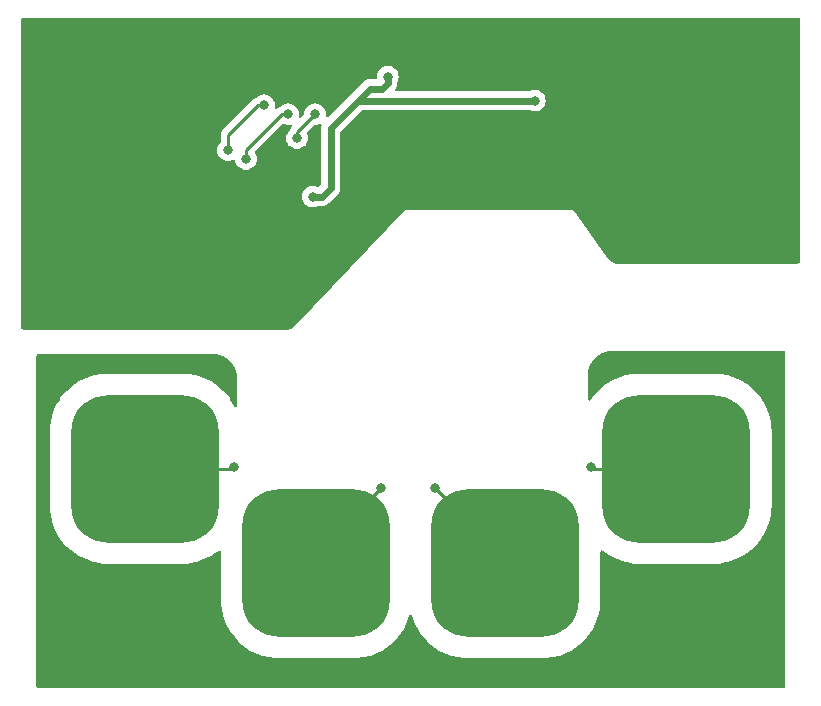
<source format=gbl>
%TF.GenerationSoftware,KiCad,Pcbnew,6.0.10-86aedd382b~118~ubuntu20.04.1*%
%TF.CreationDate,2023-01-03T11:24:15-05:00*%
%TF.ProjectId,touch_panel,746f7563-685f-4706-916e-656c2e6b6963,rev?*%
%TF.SameCoordinates,Original*%
%TF.FileFunction,Copper,L2,Bot*%
%TF.FilePolarity,Positive*%
%FSLAX46Y46*%
G04 Gerber Fmt 4.6, Leading zero omitted, Abs format (unit mm)*
G04 Created by KiCad (PCBNEW 6.0.10-86aedd382b~118~ubuntu20.04.1) date 2023-01-03 11:24:15*
%MOMM*%
%LPD*%
G01*
G04 APERTURE LIST*
G04 Aperture macros list*
%AMRoundRect*
0 Rectangle with rounded corners*
0 $1 Rounding radius*
0 $2 $3 $4 $5 $6 $7 $8 $9 X,Y pos of 4 corners*
0 Add a 4 corners polygon primitive as box body*
4,1,4,$2,$3,$4,$5,$6,$7,$8,$9,$2,$3,0*
0 Add four circle primitives for the rounded corners*
1,1,$1+$1,$2,$3*
1,1,$1+$1,$4,$5*
1,1,$1+$1,$6,$7*
1,1,$1+$1,$8,$9*
0 Add four rect primitives between the rounded corners*
20,1,$1+$1,$2,$3,$4,$5,0*
20,1,$1+$1,$4,$5,$6,$7,0*
20,1,$1+$1,$6,$7,$8,$9,0*
20,1,$1+$1,$8,$9,$2,$3,0*%
G04 Aperture macros list end*
%TA.AperFunction,SMDPad,CuDef*%
%ADD10RoundRect,3.125000X-3.125000X-3.125000X3.125000X-3.125000X3.125000X3.125000X-3.125000X3.125000X0*%
%TD*%
%TA.AperFunction,ViaPad*%
%ADD11C,0.800000*%
%TD*%
%TA.AperFunction,Conductor*%
%ADD12C,0.600000*%
%TD*%
%TA.AperFunction,Conductor*%
%ADD13C,0.250000*%
%TD*%
G04 APERTURE END LIST*
D10*
%TO.P,SW4,1*%
%TO.N,Net-(R5-Pad2)*%
X126824000Y-114086000D03*
%TD*%
%TO.P,SW2,1*%
%TO.N,Net-(R3-Pad2)*%
X157324000Y-122086000D03*
%TD*%
%TO.P,SW3,1*%
%TO.N,Net-(R4-Pad2)*%
X141324000Y-122086000D03*
%TD*%
%TO.P,SW1,1*%
%TO.N,Net-(R2-Pad2)*%
X171824000Y-114086000D03*
%TD*%
D11*
%TO.N,VCC*%
X159836000Y-82926500D03*
X141040000Y-91054500D03*
X147390000Y-80894500D03*
%TO.N,GND*%
X161360000Y-90038500D03*
X162376000Y-90038500D03*
X124968000Y-89408000D03*
X163900000Y-90038500D03*
X126492000Y-88138000D03*
X164916000Y-90038500D03*
X124968000Y-88138000D03*
X124968000Y-90678000D03*
%TO.N,/OUT3*%
X139700000Y-86106000D03*
X141224000Y-84074000D03*
%TO.N,/OUT2*%
X133858000Y-87122000D03*
X136906000Y-83312000D03*
%TO.N,/OUT1*%
X138938000Y-84074000D03*
X135382000Y-87884000D03*
%TO.N,Net-(R2-Pad2)*%
X164592000Y-113964000D03*
%TO.N,Net-(R3-Pad2)*%
X151384000Y-115742000D03*
%TO.N,Net-(R4-Pad2)*%
X146824000Y-115730000D03*
%TO.N,Net-(R5-Pad2)*%
X134366000Y-113964000D03*
%TO.N,/GUARD_LOOP*%
X165354000Y-105410000D03*
%TD*%
D12*
%TO.N,VCC*%
X146882000Y-81910500D02*
X147390000Y-81402500D01*
X142564000Y-85212500D02*
X142564000Y-90292500D01*
X147390000Y-81402500D02*
X147390000Y-80894500D01*
X144850000Y-82926500D02*
X142564000Y-85212500D01*
X145866000Y-81910500D02*
X146882000Y-81910500D01*
X144850000Y-82926500D02*
X145866000Y-81910500D01*
X142564000Y-90292500D02*
X141802000Y-91054500D01*
X141802000Y-91054500D02*
X141040000Y-91054500D01*
X159836000Y-82926500D02*
X144850000Y-82926500D01*
D13*
%TO.N,/OUT3*%
X141224000Y-84074000D02*
X139700000Y-85598000D01*
X139700000Y-85598000D02*
X139700000Y-86106000D01*
%TO.N,/OUT2*%
X133858000Y-85852000D02*
X133858000Y-87122000D01*
X136398000Y-83312000D02*
X133858000Y-85852000D01*
X136906000Y-83312000D02*
X136398000Y-83312000D01*
%TO.N,/OUT1*%
X138430000Y-84074000D02*
X135382000Y-87122000D01*
X138938000Y-84074000D02*
X138430000Y-84074000D01*
X135382000Y-87122000D02*
X135382000Y-87884000D01*
%TO.N,Net-(R2-Pad2)*%
X173824000Y-114086000D02*
X164714000Y-114086000D01*
X164714000Y-114086000D02*
X164592000Y-113964000D01*
%TO.N,Net-(R3-Pad2)*%
X157324000Y-122086000D02*
X157324000Y-121682000D01*
X157324000Y-121682000D02*
X151384000Y-115742000D01*
%TO.N,Net-(R4-Pad2)*%
X141324000Y-121230000D02*
X146824000Y-115730000D01*
X141324000Y-122086000D02*
X141324000Y-121230000D01*
%TO.N,Net-(R5-Pad2)*%
X124846000Y-114086000D02*
X134244000Y-114086000D01*
X134244000Y-114086000D02*
X134366000Y-113964000D01*
%TD*%
%TA.AperFunction,Conductor*%
%TO.N,GND*%
G36*
X182257621Y-75966502D02*
G01*
X182304114Y-76020158D01*
X182315500Y-76072500D01*
X182315500Y-96563936D01*
X182295498Y-96632057D01*
X182248900Y-96675055D01*
X182217633Y-96691768D01*
X182194820Y-96701217D01*
X182030976Y-96750921D01*
X182006759Y-96755738D01*
X181902399Y-96766019D01*
X181830178Y-96773133D01*
X181817828Y-96773740D01*
X180071001Y-96773769D01*
X176451464Y-96773830D01*
X166887283Y-96773991D01*
X166875395Y-96773429D01*
X166838771Y-96769957D01*
X166705274Y-96757302D01*
X166681911Y-96752832D01*
X166523604Y-96706696D01*
X166501498Y-96697914D01*
X166354685Y-96622849D01*
X166334628Y-96610074D01*
X166204533Y-96508748D01*
X166187234Y-96492429D01*
X166074560Y-96363967D01*
X166067140Y-96354655D01*
X163369104Y-92618913D01*
X163367368Y-92616509D01*
X163367366Y-92616506D01*
X163068000Y-92202000D01*
X148844000Y-92202000D01*
X139492084Y-102046123D01*
X139482848Y-102054907D01*
X139387813Y-102136536D01*
X139343862Y-102174286D01*
X139322935Y-102188858D01*
X139168385Y-102274678D01*
X139144957Y-102284736D01*
X139141135Y-102285936D01*
X138976291Y-102337677D01*
X138951309Y-102342813D01*
X138769050Y-102361354D01*
X138756298Y-102362001D01*
X117495444Y-102362054D01*
X116830189Y-102362056D01*
X116817839Y-102361449D01*
X116708367Y-102350667D01*
X116641262Y-102344057D01*
X116617044Y-102339241D01*
X116453191Y-102289538D01*
X116430372Y-102280085D01*
X116399104Y-102263372D01*
X116348456Y-102213620D01*
X116332500Y-102152250D01*
X116332500Y-87122000D01*
X132944496Y-87122000D01*
X132964458Y-87311928D01*
X133023473Y-87493556D01*
X133118960Y-87658944D01*
X133123378Y-87663851D01*
X133123379Y-87663852D01*
X133150589Y-87694072D01*
X133246747Y-87800866D01*
X133345843Y-87872864D01*
X133370207Y-87890565D01*
X133401248Y-87913118D01*
X133407276Y-87915802D01*
X133407278Y-87915803D01*
X133456314Y-87937635D01*
X133575712Y-87990794D01*
X133669113Y-88010647D01*
X133756056Y-88029128D01*
X133756061Y-88029128D01*
X133762513Y-88030500D01*
X133953487Y-88030500D01*
X133959939Y-88029128D01*
X133959944Y-88029128D01*
X134046887Y-88010647D01*
X134140288Y-87990794D01*
X134306116Y-87916963D01*
X134376482Y-87907529D01*
X134440779Y-87937635D01*
X134478593Y-87997724D01*
X134482674Y-88018899D01*
X134487768Y-88067365D01*
X134488458Y-88073928D01*
X134547473Y-88255556D01*
X134642960Y-88420944D01*
X134770747Y-88562866D01*
X134925248Y-88675118D01*
X134931276Y-88677802D01*
X134931278Y-88677803D01*
X135093681Y-88750109D01*
X135099712Y-88752794D01*
X135193112Y-88772647D01*
X135280056Y-88791128D01*
X135280061Y-88791128D01*
X135286513Y-88792500D01*
X135477487Y-88792500D01*
X135483939Y-88791128D01*
X135483944Y-88791128D01*
X135570888Y-88772647D01*
X135664288Y-88752794D01*
X135670319Y-88750109D01*
X135832722Y-88677803D01*
X135832724Y-88677802D01*
X135838752Y-88675118D01*
X135993253Y-88562866D01*
X136121040Y-88420944D01*
X136216527Y-88255556D01*
X136275542Y-88073928D01*
X136280107Y-88030500D01*
X136294814Y-87890565D01*
X136295504Y-87884000D01*
X136294814Y-87877435D01*
X136276232Y-87700635D01*
X136276232Y-87700633D01*
X136275542Y-87694072D01*
X136216527Y-87512444D01*
X136144421Y-87387552D01*
X136127683Y-87318559D01*
X136150903Y-87251467D01*
X136164445Y-87235459D01*
X138457060Y-84942845D01*
X138519372Y-84908819D01*
X138590188Y-84913884D01*
X138597377Y-84916822D01*
X138655712Y-84942794D01*
X138697340Y-84951642D01*
X138836056Y-84981128D01*
X138836061Y-84981128D01*
X138842513Y-84982500D01*
X139033487Y-84982500D01*
X139039939Y-84981128D01*
X139039944Y-84981128D01*
X139090462Y-84970389D01*
X139107867Y-84966690D01*
X139178657Y-84972092D01*
X139235289Y-85014909D01*
X139259783Y-85081546D01*
X139244362Y-85150848D01*
X139228576Y-85173263D01*
X139226669Y-85175426D01*
X139223865Y-85178230D01*
X139221385Y-85181427D01*
X139213682Y-85190447D01*
X139183414Y-85222679D01*
X139179595Y-85229625D01*
X139179593Y-85229628D01*
X139173652Y-85240434D01*
X139162801Y-85256953D01*
X139150386Y-85272959D01*
X139147241Y-85280228D01*
X139147238Y-85280232D01*
X139132826Y-85313537D01*
X139127609Y-85324187D01*
X139106305Y-85362940D01*
X139104334Y-85370615D01*
X139104334Y-85370616D01*
X139101267Y-85382562D01*
X139094863Y-85401267D01*
X139087165Y-85419056D01*
X139065167Y-85453322D01*
X138960960Y-85569056D01*
X138911187Y-85655266D01*
X138871856Y-85723389D01*
X138865473Y-85734444D01*
X138806458Y-85916072D01*
X138786496Y-86106000D01*
X138806458Y-86295928D01*
X138865473Y-86477556D01*
X138868776Y-86483278D01*
X138868777Y-86483279D01*
X138902686Y-86542010D01*
X138960960Y-86642944D01*
X138965378Y-86647851D01*
X138965379Y-86647852D01*
X139046952Y-86738448D01*
X139088747Y-86784866D01*
X139243248Y-86897118D01*
X139249276Y-86899802D01*
X139249278Y-86899803D01*
X139411681Y-86972109D01*
X139417712Y-86974794D01*
X139505194Y-86993389D01*
X139598056Y-87013128D01*
X139598061Y-87013128D01*
X139604513Y-87014500D01*
X139795487Y-87014500D01*
X139801939Y-87013128D01*
X139801944Y-87013128D01*
X139894806Y-86993389D01*
X139982288Y-86974794D01*
X139988319Y-86972109D01*
X140150722Y-86899803D01*
X140150724Y-86899802D01*
X140156752Y-86897118D01*
X140311253Y-86784866D01*
X140353048Y-86738448D01*
X140434621Y-86647852D01*
X140434622Y-86647851D01*
X140439040Y-86642944D01*
X140497314Y-86542010D01*
X140531223Y-86483279D01*
X140531224Y-86483278D01*
X140534527Y-86477556D01*
X140593542Y-86295928D01*
X140613504Y-86106000D01*
X140593542Y-85916072D01*
X140553301Y-85792224D01*
X140539978Y-85751219D01*
X140537950Y-85680251D01*
X140570716Y-85623188D01*
X141174499Y-85019405D01*
X141236811Y-84985379D01*
X141263594Y-84982500D01*
X141319487Y-84982500D01*
X141325939Y-84981128D01*
X141325944Y-84981128D01*
X141412888Y-84962647D01*
X141506288Y-84942794D01*
X141512315Y-84940111D01*
X141512323Y-84940108D01*
X141595316Y-84903157D01*
X141665683Y-84893723D01*
X141729980Y-84923830D01*
X141767793Y-84983919D01*
X141771571Y-85034055D01*
X141767763Y-85064200D01*
X141765526Y-85076753D01*
X141764420Y-85081546D01*
X141755776Y-85118985D01*
X141755751Y-85126031D01*
X141755751Y-85126034D01*
X141755634Y-85159556D01*
X141755605Y-85160438D01*
X141755500Y-85161269D01*
X141755500Y-85197919D01*
X141755499Y-85198359D01*
X141755239Y-85272959D01*
X141755143Y-85300370D01*
X141755411Y-85301570D01*
X141755500Y-85303207D01*
X141755500Y-89905418D01*
X141735498Y-89973539D01*
X141718595Y-89994513D01*
X141525447Y-90187661D01*
X141463135Y-90221687D01*
X141392320Y-90216622D01*
X141385103Y-90213673D01*
X141328319Y-90188391D01*
X141328318Y-90188391D01*
X141322288Y-90185706D01*
X141228888Y-90165853D01*
X141141944Y-90147372D01*
X141141939Y-90147372D01*
X141135487Y-90146000D01*
X140944513Y-90146000D01*
X140938061Y-90147372D01*
X140938056Y-90147372D01*
X140851113Y-90165853D01*
X140757712Y-90185706D01*
X140751682Y-90188391D01*
X140751681Y-90188391D01*
X140589278Y-90260697D01*
X140589276Y-90260698D01*
X140583248Y-90263382D01*
X140428747Y-90375634D01*
X140300960Y-90517556D01*
X140297659Y-90523274D01*
X140218614Y-90660184D01*
X140205473Y-90682944D01*
X140146458Y-90864572D01*
X140126496Y-91054500D01*
X140146458Y-91244428D01*
X140205473Y-91426056D01*
X140300960Y-91591444D01*
X140305378Y-91596351D01*
X140305379Y-91596352D01*
X140365861Y-91663524D01*
X140428747Y-91733366D01*
X140523904Y-91802502D01*
X140557773Y-91827109D01*
X140583248Y-91845618D01*
X140589276Y-91848302D01*
X140589278Y-91848303D01*
X140751681Y-91920609D01*
X140757712Y-91923294D01*
X140851113Y-91943147D01*
X140938056Y-91961628D01*
X140938061Y-91961628D01*
X140944513Y-91963000D01*
X141135487Y-91963000D01*
X141141939Y-91961628D01*
X141141944Y-91961628D01*
X141228887Y-91943147D01*
X141322288Y-91923294D01*
X141433245Y-91873893D01*
X141484494Y-91863000D01*
X141792786Y-91863000D01*
X141794106Y-91863007D01*
X141884221Y-91863951D01*
X141926597Y-91854789D01*
X141939163Y-91852731D01*
X141982255Y-91847897D01*
X141988906Y-91845581D01*
X141988910Y-91845580D01*
X142013930Y-91836867D01*
X142028742Y-91832704D01*
X142054619Y-91827109D01*
X142061510Y-91825619D01*
X142100813Y-91807292D01*
X142112589Y-91802510D01*
X142153552Y-91788245D01*
X142159527Y-91784511D01*
X142159530Y-91784510D01*
X142181995Y-91770473D01*
X142195512Y-91763134D01*
X142219514Y-91751941D01*
X142219515Y-91751940D01*
X142225902Y-91748962D01*
X142260153Y-91722394D01*
X142270612Y-91715098D01*
X142301404Y-91695858D01*
X142301407Y-91695856D01*
X142307376Y-91692126D01*
X142336179Y-91663524D01*
X142336804Y-91662939D01*
X142337470Y-91662422D01*
X142363460Y-91636432D01*
X142436082Y-91564315D01*
X142436740Y-91563278D01*
X142437843Y-91562049D01*
X143129158Y-90870734D01*
X143130095Y-90869806D01*
X143189475Y-90811657D01*
X143189476Y-90811656D01*
X143194507Y-90806729D01*
X143217998Y-90770279D01*
X143225417Y-90759954D01*
X143252476Y-90726057D01*
X143267073Y-90695862D01*
X143274602Y-90682445D01*
X143288948Y-90660184D01*
X143292765Y-90654262D01*
X143295173Y-90647645D01*
X143295176Y-90647640D01*
X143307592Y-90613527D01*
X143312553Y-90601784D01*
X143328353Y-90569100D01*
X143328356Y-90569091D01*
X143331421Y-90562751D01*
X143338966Y-90530072D01*
X143343334Y-90515325D01*
X143354803Y-90483815D01*
X143355685Y-90476830D01*
X143355687Y-90476823D01*
X143360237Y-90440808D01*
X143362472Y-90428257D01*
X143370640Y-90392878D01*
X143372225Y-90386015D01*
X143372262Y-90375634D01*
X143372367Y-90345426D01*
X143372396Y-90344557D01*
X143372500Y-90343731D01*
X143372500Y-90307214D01*
X143372503Y-90306461D01*
X143372846Y-90208164D01*
X143372846Y-90208158D01*
X143372858Y-90204630D01*
X143372589Y-90203427D01*
X143372500Y-90201783D01*
X143372500Y-85599582D01*
X143392502Y-85531461D01*
X143409405Y-85510487D01*
X145147987Y-83771905D01*
X145210299Y-83737879D01*
X145237082Y-83735000D01*
X159391506Y-83735000D01*
X159442755Y-83745893D01*
X159553712Y-83795294D01*
X159647113Y-83815147D01*
X159734056Y-83833628D01*
X159734061Y-83833628D01*
X159740513Y-83835000D01*
X159931487Y-83835000D01*
X159937939Y-83833628D01*
X159937944Y-83833628D01*
X160024888Y-83815147D01*
X160118288Y-83795294D01*
X160170821Y-83771905D01*
X160286722Y-83720303D01*
X160286724Y-83720302D01*
X160292752Y-83717618D01*
X160447253Y-83605366D01*
X160479585Y-83569458D01*
X160570621Y-83468352D01*
X160570622Y-83468351D01*
X160575040Y-83463444D01*
X160658686Y-83318565D01*
X160667223Y-83303779D01*
X160667224Y-83303778D01*
X160670527Y-83298056D01*
X160729542Y-83116428D01*
X160749504Y-82926500D01*
X160736568Y-82803422D01*
X160730232Y-82743135D01*
X160730232Y-82743133D01*
X160729542Y-82736572D01*
X160670527Y-82554944D01*
X160575040Y-82389556D01*
X160447253Y-82247634D01*
X160292752Y-82135382D01*
X160286724Y-82132698D01*
X160286722Y-82132697D01*
X160124319Y-82060391D01*
X160124318Y-82060391D01*
X160118288Y-82057706D01*
X160024887Y-82037853D01*
X159937944Y-82019372D01*
X159937939Y-82019372D01*
X159931487Y-82018000D01*
X159740513Y-82018000D01*
X159734061Y-82019372D01*
X159734056Y-82019372D01*
X159647113Y-82037853D01*
X159553712Y-82057706D01*
X159547682Y-82060391D01*
X159547681Y-82060391D01*
X159442755Y-82107107D01*
X159391506Y-82118000D01*
X148120696Y-82118000D01*
X148052575Y-82097998D01*
X148006082Y-82044342D01*
X147995978Y-81974068D01*
X148020998Y-81917046D01*
X148020507Y-81916729D01*
X148043998Y-81880279D01*
X148051417Y-81869954D01*
X148078476Y-81836057D01*
X148081540Y-81829718D01*
X148081543Y-81829714D01*
X148093074Y-81805862D01*
X148100601Y-81792449D01*
X148114947Y-81770187D01*
X148114948Y-81770184D01*
X148118765Y-81764262D01*
X148121176Y-81757639D01*
X148133592Y-81723527D01*
X148138553Y-81711783D01*
X148154352Y-81679101D01*
X148154353Y-81679099D01*
X148157421Y-81672752D01*
X148164966Y-81640073D01*
X148169334Y-81625325D01*
X148180803Y-81593815D01*
X148181685Y-81586829D01*
X148181687Y-81586823D01*
X148186238Y-81550799D01*
X148188474Y-81538247D01*
X148196638Y-81502886D01*
X148196638Y-81502883D01*
X148198224Y-81496015D01*
X148198366Y-81455444D01*
X148198395Y-81454562D01*
X148198500Y-81453731D01*
X148198500Y-81416928D01*
X148198754Y-81344017D01*
X148215636Y-81281455D01*
X148221223Y-81271779D01*
X148221224Y-81271778D01*
X148224527Y-81266056D01*
X148283542Y-81084428D01*
X148303504Y-80894500D01*
X148283542Y-80704572D01*
X148224527Y-80522944D01*
X148129040Y-80357556D01*
X148001253Y-80215634D01*
X147846752Y-80103382D01*
X147840724Y-80100698D01*
X147840722Y-80100697D01*
X147678319Y-80028391D01*
X147678318Y-80028391D01*
X147672288Y-80025706D01*
X147578887Y-80005853D01*
X147491944Y-79987372D01*
X147491939Y-79987372D01*
X147485487Y-79986000D01*
X147294513Y-79986000D01*
X147288061Y-79987372D01*
X147288056Y-79987372D01*
X147201113Y-80005853D01*
X147107712Y-80025706D01*
X147101682Y-80028391D01*
X147101681Y-80028391D01*
X146939278Y-80100697D01*
X146939276Y-80100698D01*
X146933248Y-80103382D01*
X146778747Y-80215634D01*
X146650960Y-80357556D01*
X146555473Y-80522944D01*
X146496458Y-80704572D01*
X146476496Y-80894500D01*
X146477186Y-80901064D01*
X146483678Y-80962829D01*
X146470906Y-81032667D01*
X146422404Y-81084514D01*
X146358368Y-81102000D01*
X145875214Y-81102000D01*
X145873894Y-81101993D01*
X145872819Y-81101982D01*
X145783779Y-81101049D01*
X145741403Y-81110211D01*
X145728837Y-81112269D01*
X145685745Y-81117103D01*
X145679094Y-81119419D01*
X145679090Y-81119420D01*
X145654070Y-81128133D01*
X145639257Y-81132296D01*
X145606490Y-81139381D01*
X145567187Y-81157708D01*
X145555411Y-81162490D01*
X145514448Y-81176755D01*
X145508473Y-81180489D01*
X145508470Y-81180490D01*
X145486005Y-81194527D01*
X145472488Y-81201866D01*
X145448486Y-81213059D01*
X145442098Y-81216038D01*
X145436533Y-81220355D01*
X145436531Y-81220356D01*
X145407847Y-81242606D01*
X145397388Y-81249902D01*
X145366596Y-81269142D01*
X145366593Y-81269144D01*
X145360624Y-81272874D01*
X145355629Y-81277834D01*
X145355628Y-81277835D01*
X145331821Y-81301476D01*
X145331196Y-81302061D01*
X145330530Y-81302578D01*
X145304540Y-81328568D01*
X145231918Y-81400685D01*
X145231260Y-81401722D01*
X145230157Y-81402951D01*
X144288540Y-82344568D01*
X144227814Y-82404872D01*
X144215918Y-82416685D01*
X144215259Y-82417723D01*
X144214153Y-82418956D01*
X142339585Y-84293523D01*
X142277273Y-84327549D01*
X142206457Y-84322484D01*
X142149622Y-84279937D01*
X142124811Y-84213417D01*
X142125180Y-84191258D01*
X142136814Y-84080565D01*
X142137504Y-84074000D01*
X142117542Y-83884072D01*
X142058527Y-83702444D01*
X141963040Y-83537056D01*
X141946882Y-83519110D01*
X141839675Y-83400045D01*
X141839674Y-83400044D01*
X141835253Y-83395134D01*
X141720829Y-83312000D01*
X141686094Y-83286763D01*
X141686093Y-83286762D01*
X141680752Y-83282882D01*
X141674724Y-83280198D01*
X141674722Y-83280197D01*
X141512319Y-83207891D01*
X141512318Y-83207891D01*
X141506288Y-83205206D01*
X141412888Y-83185353D01*
X141325944Y-83166872D01*
X141325939Y-83166872D01*
X141319487Y-83165500D01*
X141128513Y-83165500D01*
X141122061Y-83166872D01*
X141122056Y-83166872D01*
X141035112Y-83185353D01*
X140941712Y-83205206D01*
X140935682Y-83207891D01*
X140935681Y-83207891D01*
X140773278Y-83280197D01*
X140773276Y-83280198D01*
X140767248Y-83282882D01*
X140761907Y-83286762D01*
X140761906Y-83286763D01*
X140727171Y-83312000D01*
X140612747Y-83395134D01*
X140608326Y-83400044D01*
X140608325Y-83400045D01*
X140501119Y-83519110D01*
X140484960Y-83537056D01*
X140389473Y-83702444D01*
X140330458Y-83884072D01*
X140329768Y-83890633D01*
X140329768Y-83890635D01*
X140313093Y-84049292D01*
X140286080Y-84114949D01*
X140276878Y-84125217D01*
X140047127Y-84354968D01*
X139984815Y-84388994D01*
X139914000Y-84383929D01*
X139857164Y-84341382D01*
X139832353Y-84274862D01*
X139832722Y-84252703D01*
X139850814Y-84080565D01*
X139851504Y-84074000D01*
X139831542Y-83884072D01*
X139772527Y-83702444D01*
X139677040Y-83537056D01*
X139660882Y-83519110D01*
X139553675Y-83400045D01*
X139553674Y-83400044D01*
X139549253Y-83395134D01*
X139434829Y-83312000D01*
X139400094Y-83286763D01*
X139400093Y-83286762D01*
X139394752Y-83282882D01*
X139388724Y-83280198D01*
X139388722Y-83280197D01*
X139226319Y-83207891D01*
X139226318Y-83207891D01*
X139220288Y-83205206D01*
X139126888Y-83185353D01*
X139039944Y-83166872D01*
X139039939Y-83166872D01*
X139033487Y-83165500D01*
X138842513Y-83165500D01*
X138836061Y-83166872D01*
X138836056Y-83166872D01*
X138749112Y-83185353D01*
X138655712Y-83205206D01*
X138649682Y-83207891D01*
X138649681Y-83207891D01*
X138487278Y-83280197D01*
X138487276Y-83280198D01*
X138481248Y-83282882D01*
X138475907Y-83286762D01*
X138475906Y-83286763D01*
X138432135Y-83318565D01*
X138326747Y-83395134D01*
X138322329Y-83400040D01*
X138322322Y-83400047D01*
X138292791Y-83432845D01*
X138245538Y-83465687D01*
X138230093Y-83471802D01*
X138218865Y-83475646D01*
X138176407Y-83487982D01*
X138169581Y-83492019D01*
X138158972Y-83498293D01*
X138141224Y-83506988D01*
X138122383Y-83514448D01*
X138115967Y-83519110D01*
X138115966Y-83519110D01*
X138086613Y-83540436D01*
X138076693Y-83546952D01*
X138045465Y-83565420D01*
X138045462Y-83565422D01*
X138038638Y-83569458D01*
X138024317Y-83583779D01*
X138009285Y-83596619D01*
X138000378Y-83603090D01*
X137933510Y-83626948D01*
X137864359Y-83610866D01*
X137814879Y-83559952D01*
X137801008Y-83487983D01*
X137818814Y-83318565D01*
X137819504Y-83312000D01*
X137808280Y-83205206D01*
X137800232Y-83128635D01*
X137800232Y-83128633D01*
X137799542Y-83122072D01*
X137740527Y-82940444D01*
X137732477Y-82926500D01*
X137703314Y-82875990D01*
X137645040Y-82775056D01*
X137628882Y-82757110D01*
X137521675Y-82638045D01*
X137521674Y-82638044D01*
X137517253Y-82633134D01*
X137362752Y-82520882D01*
X137356724Y-82518198D01*
X137356722Y-82518197D01*
X137194319Y-82445891D01*
X137194318Y-82445891D01*
X137188288Y-82443206D01*
X137094888Y-82423353D01*
X137007944Y-82404872D01*
X137007939Y-82404872D01*
X137001487Y-82403500D01*
X136810513Y-82403500D01*
X136804061Y-82404872D01*
X136804056Y-82404872D01*
X136717112Y-82423353D01*
X136623712Y-82443206D01*
X136617682Y-82445891D01*
X136617681Y-82445891D01*
X136455278Y-82518197D01*
X136455276Y-82518198D01*
X136449248Y-82520882D01*
X136294747Y-82633134D01*
X136290329Y-82638040D01*
X136290322Y-82638047D01*
X136260790Y-82670846D01*
X136213544Y-82703685D01*
X136198086Y-82709806D01*
X136186885Y-82713641D01*
X136144406Y-82725982D01*
X136137587Y-82730015D01*
X136137582Y-82730017D01*
X136126971Y-82736293D01*
X136109221Y-82744990D01*
X136090383Y-82752448D01*
X136083967Y-82757109D01*
X136083966Y-82757110D01*
X136054625Y-82778428D01*
X136044701Y-82784947D01*
X136013460Y-82803422D01*
X136013455Y-82803426D01*
X136006637Y-82807458D01*
X135992313Y-82821782D01*
X135977281Y-82834621D01*
X135960893Y-82846528D01*
X135932712Y-82880593D01*
X135924722Y-82889373D01*
X133465747Y-85348348D01*
X133457461Y-85355888D01*
X133450982Y-85360000D01*
X133445557Y-85365777D01*
X133404357Y-85409651D01*
X133401602Y-85412493D01*
X133381865Y-85432230D01*
X133379385Y-85435427D01*
X133371682Y-85444447D01*
X133341414Y-85476679D01*
X133337595Y-85483625D01*
X133337593Y-85483628D01*
X133331652Y-85494434D01*
X133320801Y-85510953D01*
X133308386Y-85526959D01*
X133305241Y-85534228D01*
X133305238Y-85534232D01*
X133290826Y-85567537D01*
X133285609Y-85578187D01*
X133264305Y-85616940D01*
X133262334Y-85624615D01*
X133262334Y-85624616D01*
X133259267Y-85636562D01*
X133252863Y-85655266D01*
X133244819Y-85673855D01*
X133243580Y-85681678D01*
X133243577Y-85681688D01*
X133237901Y-85717524D01*
X133235495Y-85729144D01*
X133232521Y-85740729D01*
X133224500Y-85771970D01*
X133224500Y-85792224D01*
X133222949Y-85811934D01*
X133219780Y-85831943D01*
X133220526Y-85839835D01*
X133223941Y-85875961D01*
X133224500Y-85887819D01*
X133224500Y-86419476D01*
X133204498Y-86487597D01*
X133192142Y-86503779D01*
X133118960Y-86585056D01*
X133023473Y-86750444D01*
X132964458Y-86932072D01*
X132963768Y-86938633D01*
X132963768Y-86938635D01*
X132945186Y-87115435D01*
X132944496Y-87122000D01*
X116332500Y-87122000D01*
X116332500Y-76072500D01*
X116352502Y-76004379D01*
X116406158Y-75957886D01*
X116458500Y-75946500D01*
X182189500Y-75946500D01*
X182257621Y-75966502D01*
G37*
%TD.AperFunction*%
%TD*%
%TA.AperFunction,Conductor*%
%TO.N,/GUARD_LOOP*%
G36*
X180828488Y-104140321D02*
G01*
X180906490Y-104145900D01*
X180973008Y-104170709D01*
X181015555Y-104227545D01*
X181023500Y-104271578D01*
X181023500Y-132511500D01*
X181003498Y-132579621D01*
X180949842Y-132626114D01*
X180897500Y-132637500D01*
X117750500Y-132637500D01*
X117682379Y-132617498D01*
X117635886Y-132563842D01*
X117624500Y-132511500D01*
X117624500Y-104525578D01*
X117644502Y-104457457D01*
X117698158Y-104410964D01*
X117741509Y-104399900D01*
X117819512Y-104394321D01*
X117828500Y-104394000D01*
X132615499Y-104394000D01*
X132624487Y-104394321D01*
X132673871Y-104397853D01*
X132895650Y-104413715D01*
X132913433Y-104416272D01*
X133174658Y-104473098D01*
X133191900Y-104478160D01*
X133442393Y-104571589D01*
X133458740Y-104579055D01*
X133693375Y-104707176D01*
X133708498Y-104716895D01*
X133922510Y-104877103D01*
X133936096Y-104888876D01*
X134125124Y-105077904D01*
X134136897Y-105091490D01*
X134297105Y-105305502D01*
X134306824Y-105320625D01*
X134434945Y-105555260D01*
X134442411Y-105571607D01*
X134535839Y-105822097D01*
X134540902Y-105839342D01*
X134597728Y-106100567D01*
X134600285Y-106118350D01*
X134614173Y-106312528D01*
X134619679Y-106389513D01*
X134620000Y-106398501D01*
X134620000Y-108753402D01*
X134599998Y-108821523D01*
X134546342Y-108868016D01*
X134476068Y-108878120D01*
X134411488Y-108848626D01*
X134381883Y-108810899D01*
X134233036Y-108520652D01*
X134231757Y-108518158D01*
X134058048Y-108242846D01*
X133999136Y-108149476D01*
X133999130Y-108149467D01*
X133997647Y-108147117D01*
X133995956Y-108144902D01*
X133995951Y-108144894D01*
X133733183Y-107800585D01*
X133733182Y-107800583D01*
X133731481Y-107798355D01*
X133435365Y-107474635D01*
X133111645Y-107178519D01*
X133109415Y-107176817D01*
X132765106Y-106914049D01*
X132765098Y-106914044D01*
X132762883Y-106912353D01*
X132760533Y-106910870D01*
X132760524Y-106910864D01*
X132394213Y-106679739D01*
X132391842Y-106678243D01*
X132001458Y-106478043D01*
X131971515Y-106465915D01*
X131597409Y-106314386D01*
X131597400Y-106314383D01*
X131594823Y-106313339D01*
X131384990Y-106249387D01*
X131177819Y-106186246D01*
X131177813Y-106186244D01*
X131175157Y-106185435D01*
X130960469Y-106140388D01*
X130748510Y-106095914D01*
X130748501Y-106095913D01*
X130745782Y-106095342D01*
X130310098Y-106043776D01*
X130307549Y-106043683D01*
X130307542Y-106043682D01*
X130221957Y-106040544D01*
X130084402Y-106035500D01*
X123563598Y-106035500D01*
X123426043Y-106040544D01*
X123340458Y-106043682D01*
X123340451Y-106043683D01*
X123337902Y-106043776D01*
X122902218Y-106095342D01*
X122899499Y-106095913D01*
X122899490Y-106095914D01*
X122687531Y-106140388D01*
X122472843Y-106185435D01*
X122470187Y-106186244D01*
X122470181Y-106186246D01*
X122263010Y-106249387D01*
X122053177Y-106313339D01*
X122050600Y-106314383D01*
X122050591Y-106314386D01*
X121676485Y-106465915D01*
X121646542Y-106478043D01*
X121256158Y-106678243D01*
X121253787Y-106679739D01*
X120887476Y-106910864D01*
X120887467Y-106910870D01*
X120885117Y-106912353D01*
X120882902Y-106914044D01*
X120882894Y-106914049D01*
X120538585Y-107176817D01*
X120536355Y-107178519D01*
X120212635Y-107474635D01*
X119916519Y-107798355D01*
X119914818Y-107800583D01*
X119914817Y-107800585D01*
X119652049Y-108144894D01*
X119652044Y-108144902D01*
X119650353Y-108147117D01*
X119648870Y-108149467D01*
X119648864Y-108149476D01*
X119589952Y-108242846D01*
X119416243Y-108518158D01*
X119216043Y-108908542D01*
X119051339Y-109315177D01*
X118923435Y-109734843D01*
X118833342Y-110164218D01*
X118781776Y-110599902D01*
X118773500Y-110825598D01*
X118773500Y-117346402D01*
X118781776Y-117572098D01*
X118833342Y-118007782D01*
X118923435Y-118437157D01*
X119051339Y-118856823D01*
X119216043Y-119263458D01*
X119416243Y-119653842D01*
X119417739Y-119656213D01*
X119648864Y-120022524D01*
X119648870Y-120022533D01*
X119650353Y-120024883D01*
X119652044Y-120027098D01*
X119652049Y-120027106D01*
X119914817Y-120371415D01*
X119916519Y-120373645D01*
X120212635Y-120697365D01*
X120536355Y-120993481D01*
X120538583Y-120995182D01*
X120538585Y-120995183D01*
X120882894Y-121257951D01*
X120882902Y-121257956D01*
X120885117Y-121259647D01*
X120887467Y-121261130D01*
X120887476Y-121261136D01*
X121249525Y-121489572D01*
X121256158Y-121493757D01*
X121646542Y-121693957D01*
X121649128Y-121695004D01*
X121649127Y-121695004D01*
X122050591Y-121857614D01*
X122050600Y-121857617D01*
X122053177Y-121858661D01*
X122263010Y-121922613D01*
X122470181Y-121985754D01*
X122470187Y-121985756D01*
X122472843Y-121986565D01*
X122687530Y-122031611D01*
X122899490Y-122076086D01*
X122899499Y-122076087D01*
X122902218Y-122076658D01*
X123337902Y-122128224D01*
X123340451Y-122128317D01*
X123340458Y-122128318D01*
X123426043Y-122131456D01*
X123563598Y-122136500D01*
X130084402Y-122136500D01*
X130221957Y-122131456D01*
X130307542Y-122128318D01*
X130307549Y-122128317D01*
X130310098Y-122128224D01*
X130745782Y-122076658D01*
X130748501Y-122076087D01*
X130748510Y-122076086D01*
X130960470Y-122031611D01*
X131175157Y-121986565D01*
X131177813Y-121985756D01*
X131177819Y-121985754D01*
X131384990Y-121922613D01*
X131594823Y-121858661D01*
X131597400Y-121857617D01*
X131597409Y-121857614D01*
X131998873Y-121695004D01*
X131998872Y-121695004D01*
X132001458Y-121693957D01*
X132391842Y-121493757D01*
X132398475Y-121489572D01*
X132760524Y-121261136D01*
X132760533Y-121261130D01*
X132762883Y-121259647D01*
X132765098Y-121257956D01*
X132765106Y-121257951D01*
X133071058Y-121024456D01*
X133137345Y-120999029D01*
X133206856Y-121013476D01*
X133257522Y-121063210D01*
X133273500Y-121124619D01*
X133273500Y-125346402D01*
X133281776Y-125572098D01*
X133333342Y-126007782D01*
X133423435Y-126437157D01*
X133424244Y-126439813D01*
X133424246Y-126439819D01*
X133444527Y-126506362D01*
X133551339Y-126856823D01*
X133716043Y-127263458D01*
X133916243Y-127653842D01*
X133917739Y-127656213D01*
X134148864Y-128022524D01*
X134148870Y-128022533D01*
X134150353Y-128024883D01*
X134152044Y-128027098D01*
X134152049Y-128027106D01*
X134414817Y-128371415D01*
X134416519Y-128373645D01*
X134712635Y-128697365D01*
X135036355Y-128993481D01*
X135038583Y-128995182D01*
X135038585Y-128995183D01*
X135382894Y-129257951D01*
X135382902Y-129257956D01*
X135385117Y-129259647D01*
X135387467Y-129261130D01*
X135387476Y-129261136D01*
X135749525Y-129489572D01*
X135756158Y-129493757D01*
X136146542Y-129693957D01*
X136149128Y-129695004D01*
X136149127Y-129695004D01*
X136550591Y-129857614D01*
X136550600Y-129857617D01*
X136553177Y-129858661D01*
X136763010Y-129922613D01*
X136970181Y-129985754D01*
X136970187Y-129985756D01*
X136972843Y-129986565D01*
X137187530Y-130031611D01*
X137399490Y-130076086D01*
X137399499Y-130076087D01*
X137402218Y-130076658D01*
X137837902Y-130128224D01*
X137840451Y-130128317D01*
X137840458Y-130128318D01*
X137926043Y-130131456D01*
X138063598Y-130136500D01*
X144584402Y-130136500D01*
X144721957Y-130131456D01*
X144807542Y-130128318D01*
X144807549Y-130128317D01*
X144810098Y-130128224D01*
X145245782Y-130076658D01*
X145248501Y-130076087D01*
X145248510Y-130076086D01*
X145460470Y-130031611D01*
X145675157Y-129986565D01*
X145677813Y-129985756D01*
X145677819Y-129985754D01*
X145884990Y-129922613D01*
X146094823Y-129858661D01*
X146097400Y-129857617D01*
X146097409Y-129857614D01*
X146498873Y-129695004D01*
X146498872Y-129695004D01*
X146501458Y-129693957D01*
X146891842Y-129493757D01*
X146898475Y-129489572D01*
X147260524Y-129261136D01*
X147260533Y-129261130D01*
X147262883Y-129259647D01*
X147265098Y-129257956D01*
X147265106Y-129257951D01*
X147609415Y-128995183D01*
X147609417Y-128995182D01*
X147611645Y-128993481D01*
X147935365Y-128697365D01*
X148231481Y-128373645D01*
X148233183Y-128371415D01*
X148495951Y-128027106D01*
X148495956Y-128027098D01*
X148497647Y-128024883D01*
X148499130Y-128022533D01*
X148499136Y-128022524D01*
X148730261Y-127656213D01*
X148731757Y-127653842D01*
X148931957Y-127263458D01*
X149096661Y-126856823D01*
X149203473Y-126506362D01*
X149242466Y-126447032D01*
X149307345Y-126418202D01*
X149377512Y-126429024D01*
X149430689Y-126476063D01*
X149444527Y-126506362D01*
X149551339Y-126856823D01*
X149716043Y-127263458D01*
X149916243Y-127653842D01*
X149917739Y-127656213D01*
X150148864Y-128022524D01*
X150148870Y-128022533D01*
X150150353Y-128024883D01*
X150152044Y-128027098D01*
X150152049Y-128027106D01*
X150414817Y-128371415D01*
X150416519Y-128373645D01*
X150712635Y-128697365D01*
X151036355Y-128993481D01*
X151038583Y-128995182D01*
X151038585Y-128995183D01*
X151382894Y-129257951D01*
X151382902Y-129257956D01*
X151385117Y-129259647D01*
X151387467Y-129261130D01*
X151387476Y-129261136D01*
X151749525Y-129489572D01*
X151756158Y-129493757D01*
X152146542Y-129693957D01*
X152149128Y-129695004D01*
X152149127Y-129695004D01*
X152550591Y-129857614D01*
X152550600Y-129857617D01*
X152553177Y-129858661D01*
X152763010Y-129922613D01*
X152970181Y-129985754D01*
X152970187Y-129985756D01*
X152972843Y-129986565D01*
X153187530Y-130031611D01*
X153399490Y-130076086D01*
X153399499Y-130076087D01*
X153402218Y-130076658D01*
X153837902Y-130128224D01*
X153840451Y-130128317D01*
X153840458Y-130128318D01*
X153926043Y-130131456D01*
X154063598Y-130136500D01*
X160584402Y-130136500D01*
X160721957Y-130131456D01*
X160807542Y-130128318D01*
X160807549Y-130128317D01*
X160810098Y-130128224D01*
X161245782Y-130076658D01*
X161248501Y-130076087D01*
X161248510Y-130076086D01*
X161460470Y-130031611D01*
X161675157Y-129986565D01*
X161677813Y-129985756D01*
X161677819Y-129985754D01*
X161884990Y-129922613D01*
X162094823Y-129858661D01*
X162097400Y-129857617D01*
X162097409Y-129857614D01*
X162498873Y-129695004D01*
X162498872Y-129695004D01*
X162501458Y-129693957D01*
X162891842Y-129493757D01*
X162898475Y-129489572D01*
X163260524Y-129261136D01*
X163260533Y-129261130D01*
X163262883Y-129259647D01*
X163265098Y-129257956D01*
X163265106Y-129257951D01*
X163609415Y-128995183D01*
X163609417Y-128995182D01*
X163611645Y-128993481D01*
X163935365Y-128697365D01*
X164231481Y-128373645D01*
X164233183Y-128371415D01*
X164495951Y-128027106D01*
X164495956Y-128027098D01*
X164497647Y-128024883D01*
X164499130Y-128022533D01*
X164499136Y-128022524D01*
X164730261Y-127656213D01*
X164731757Y-127653842D01*
X164931957Y-127263458D01*
X165096661Y-126856823D01*
X165203473Y-126506362D01*
X165223754Y-126439819D01*
X165223756Y-126439813D01*
X165224565Y-126437157D01*
X165314658Y-126007782D01*
X165366224Y-125572098D01*
X165374500Y-125346402D01*
X165374500Y-121124619D01*
X165394502Y-121056498D01*
X165448158Y-121010005D01*
X165518432Y-120999901D01*
X165576942Y-121024456D01*
X165882894Y-121257951D01*
X165882902Y-121257956D01*
X165885117Y-121259647D01*
X165887467Y-121261130D01*
X165887476Y-121261136D01*
X166249525Y-121489572D01*
X166256158Y-121493757D01*
X166646542Y-121693957D01*
X166649128Y-121695004D01*
X166649127Y-121695004D01*
X167050591Y-121857614D01*
X167050600Y-121857617D01*
X167053177Y-121858661D01*
X167263010Y-121922613D01*
X167470181Y-121985754D01*
X167470187Y-121985756D01*
X167472843Y-121986565D01*
X167687530Y-122031611D01*
X167899490Y-122076086D01*
X167899499Y-122076087D01*
X167902218Y-122076658D01*
X168337902Y-122128224D01*
X168340451Y-122128317D01*
X168340458Y-122128318D01*
X168426043Y-122131456D01*
X168563598Y-122136500D01*
X175084402Y-122136500D01*
X175221957Y-122131456D01*
X175307542Y-122128318D01*
X175307549Y-122128317D01*
X175310098Y-122128224D01*
X175745782Y-122076658D01*
X175748501Y-122076087D01*
X175748510Y-122076086D01*
X175960470Y-122031611D01*
X176175157Y-121986565D01*
X176177813Y-121985756D01*
X176177819Y-121985754D01*
X176384990Y-121922613D01*
X176594823Y-121858661D01*
X176597400Y-121857617D01*
X176597409Y-121857614D01*
X176998873Y-121695004D01*
X176998872Y-121695004D01*
X177001458Y-121693957D01*
X177391842Y-121493757D01*
X177398475Y-121489572D01*
X177760524Y-121261136D01*
X177760533Y-121261130D01*
X177762883Y-121259647D01*
X177765098Y-121257956D01*
X177765106Y-121257951D01*
X178109415Y-120995183D01*
X178109417Y-120995182D01*
X178111645Y-120993481D01*
X178435365Y-120697365D01*
X178731481Y-120373645D01*
X178733183Y-120371415D01*
X178995951Y-120027106D01*
X178995956Y-120027098D01*
X178997647Y-120024883D01*
X178999130Y-120022533D01*
X178999136Y-120022524D01*
X179230261Y-119656213D01*
X179231757Y-119653842D01*
X179431957Y-119263458D01*
X179596661Y-118856823D01*
X179724565Y-118437157D01*
X179814658Y-118007782D01*
X179866224Y-117572098D01*
X179874500Y-117346402D01*
X179874500Y-110825598D01*
X179866224Y-110599902D01*
X179814658Y-110164218D01*
X179724565Y-109734843D01*
X179596661Y-109315177D01*
X179431957Y-108908542D01*
X179231757Y-108518158D01*
X179058048Y-108242846D01*
X178999136Y-108149476D01*
X178999130Y-108149467D01*
X178997647Y-108147117D01*
X178995956Y-108144902D01*
X178995951Y-108144894D01*
X178733183Y-107800585D01*
X178733182Y-107800583D01*
X178731481Y-107798355D01*
X178435365Y-107474635D01*
X178111645Y-107178519D01*
X178109415Y-107176817D01*
X177765106Y-106914049D01*
X177765098Y-106914044D01*
X177762883Y-106912353D01*
X177760533Y-106910870D01*
X177760524Y-106910864D01*
X177394213Y-106679739D01*
X177391842Y-106678243D01*
X177001458Y-106478043D01*
X176971515Y-106465915D01*
X176597409Y-106314386D01*
X176597400Y-106314383D01*
X176594823Y-106313339D01*
X176384990Y-106249387D01*
X176177819Y-106186246D01*
X176177813Y-106186244D01*
X176175157Y-106185435D01*
X175960469Y-106140388D01*
X175748510Y-106095914D01*
X175748501Y-106095913D01*
X175745782Y-106095342D01*
X175310098Y-106043776D01*
X175307549Y-106043683D01*
X175307542Y-106043682D01*
X175221957Y-106040544D01*
X175084402Y-106035500D01*
X168563598Y-106035500D01*
X168426043Y-106040544D01*
X168340458Y-106043682D01*
X168340451Y-106043683D01*
X168337902Y-106043776D01*
X167902218Y-106095342D01*
X167899499Y-106095913D01*
X167899490Y-106095914D01*
X167687531Y-106140388D01*
X167472843Y-106185435D01*
X167470187Y-106186244D01*
X167470181Y-106186246D01*
X167263010Y-106249387D01*
X167053177Y-106313339D01*
X167050600Y-106314383D01*
X167050591Y-106314386D01*
X166676485Y-106465915D01*
X166646542Y-106478043D01*
X166256158Y-106678243D01*
X166253787Y-106679739D01*
X165887476Y-106910864D01*
X165887467Y-106910870D01*
X165885117Y-106912353D01*
X165882902Y-106914044D01*
X165882894Y-106914049D01*
X165538585Y-107176817D01*
X165536355Y-107178519D01*
X165212635Y-107474635D01*
X164916519Y-107798355D01*
X164914818Y-107800583D01*
X164914817Y-107800585D01*
X164652049Y-108144894D01*
X164652044Y-108144902D01*
X164650353Y-108147117D01*
X164648871Y-108149466D01*
X164648857Y-108149486D01*
X164570562Y-108273577D01*
X164517295Y-108320516D01*
X164447108Y-108331205D01*
X164382284Y-108302250D01*
X164343404Y-108242846D01*
X164338000Y-108206342D01*
X164338000Y-106144501D01*
X164338321Y-106135513D01*
X164357714Y-105864355D01*
X164360272Y-105846567D01*
X164417098Y-105585342D01*
X164422161Y-105568097D01*
X164426949Y-105555260D01*
X164515589Y-105317607D01*
X164523055Y-105301260D01*
X164651176Y-105066625D01*
X164660895Y-105051502D01*
X164821103Y-104837490D01*
X164832876Y-104823904D01*
X165021904Y-104634876D01*
X165035490Y-104623103D01*
X165249502Y-104462895D01*
X165264625Y-104453176D01*
X165499260Y-104325055D01*
X165515607Y-104317589D01*
X165766100Y-104224160D01*
X165783342Y-104219098D01*
X166044567Y-104162272D01*
X166062350Y-104159715D01*
X166284129Y-104143853D01*
X166333513Y-104140321D01*
X166342501Y-104140000D01*
X180819500Y-104140000D01*
X180828488Y-104140321D01*
G37*
%TD.AperFunction*%
%TD*%
M02*

</source>
